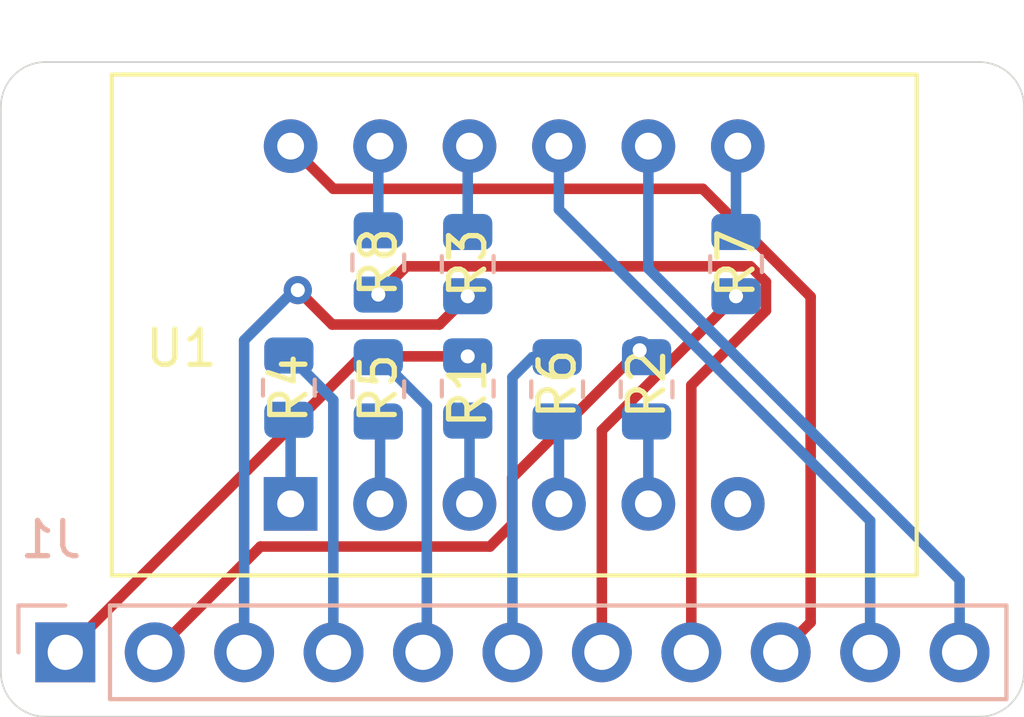
<source format=kicad_pcb>
(kicad_pcb (version 20171130) (host pcbnew 5.1.9-73d0e3b20d~88~ubuntu20.10.1)

  (general
    (thickness 1.6)
    (drawings 8)
    (tracks 63)
    (zones 0)
    (modules 10)
    (nets 20)
  )

  (page A4)
  (layers
    (0 F.Cu signal)
    (31 B.Cu signal)
    (32 B.Adhes user)
    (33 F.Adhes user)
    (34 B.Paste user)
    (35 F.Paste user)
    (36 B.SilkS user)
    (37 F.SilkS user)
    (38 B.Mask user)
    (39 F.Mask user)
    (40 Dwgs.User user)
    (41 Cmts.User user)
    (42 Eco1.User user)
    (43 Eco2.User user)
    (44 Edge.Cuts user)
    (45 Margin user)
    (46 B.CrtYd user)
    (47 F.CrtYd user)
    (48 B.Fab user hide)
    (49 F.Fab user)
  )

  (setup
    (last_trace_width 0.3)
    (user_trace_width 0.25)
    (trace_clearance 0.3)
    (zone_clearance 0.508)
    (zone_45_only no)
    (trace_min 0.2)
    (via_size 0.8)
    (via_drill 0.4)
    (via_min_size 0.4)
    (via_min_drill 0.3)
    (uvia_size 0.3)
    (uvia_drill 0.1)
    (uvias_allowed no)
    (uvia_min_size 0.2)
    (uvia_min_drill 0.1)
    (edge_width 0.05)
    (segment_width 0.2)
    (pcb_text_width 0.3)
    (pcb_text_size 1.5 1.5)
    (mod_edge_width 0.12)
    (mod_text_size 1 1)
    (mod_text_width 0.15)
    (pad_size 1.524 1.524)
    (pad_drill 0.762)
    (pad_to_mask_clearance 0)
    (aux_axis_origin 0 0)
    (visible_elements FFFFFF7F)
    (pcbplotparams
      (layerselection 0x010fc_ffffffff)
      (usegerberextensions false)
      (usegerberattributes true)
      (usegerberadvancedattributes true)
      (creategerberjobfile true)
      (excludeedgelayer true)
      (linewidth 0.100000)
      (plotframeref false)
      (viasonmask false)
      (mode 1)
      (useauxorigin false)
      (hpglpennumber 1)
      (hpglpenspeed 20)
      (hpglpendiameter 15.000000)
      (psnegative false)
      (psa4output false)
      (plotreference true)
      (plotvalue true)
      (plotinvisibletext false)
      (padsonsilk false)
      (subtractmaskfromsilk false)
      (outputformat 1)
      (mirror false)
      (drillshape 1)
      (scaleselection 1)
      (outputdirectory ""))
  )

  (net 0 "")
  (net 1 "Net-(J1-Pad11)")
  (net 2 "Net-(J1-Pad10)")
  (net 3 "Net-(J1-Pad9)")
  (net 4 a)
  (net 5 b)
  (net 6 c)
  (net 7 d)
  (net 8 e)
  (net 9 f)
  (net 10 g)
  (net 11 dpx)
  (net 12 "Net-(J1-Pad8)")
  (net 13 "Net-(J1-Pad7)")
  (net 14 "Net-(J1-Pad6)")
  (net 15 "Net-(J1-Pad5)")
  (net 16 "Net-(J1-Pad4)")
  (net 17 "Net-(J1-Pad3)")
  (net 18 "Net-(J1-Pad2)")
  (net 19 "Net-(J1-Pad1)")

  (net_class Default "This is the default net class."
    (clearance 0.3)
    (trace_width 0.3)
    (via_dia 0.8)
    (via_drill 0.4)
    (uvia_dia 0.3)
    (uvia_drill 0.1)
    (add_net "Net-(J1-Pad1)")
    (add_net "Net-(J1-Pad10)")
    (add_net "Net-(J1-Pad11)")
    (add_net "Net-(J1-Pad2)")
    (add_net "Net-(J1-Pad3)")
    (add_net "Net-(J1-Pad4)")
    (add_net "Net-(J1-Pad5)")
    (add_net "Net-(J1-Pad6)")
    (add_net "Net-(J1-Pad7)")
    (add_net "Net-(J1-Pad8)")
    (add_net "Net-(J1-Pad9)")
    (add_net a)
    (add_net b)
    (add_net c)
    (add_net d)
    (add_net dpx)
    (add_net e)
    (add_net f)
    (add_net g)
  )

  (module Resistor_SMD:R_0805_2012Metric (layer B.Cu) (tedit 5F68FEEE) (tstamp 6022E831)
    (at 152.654 102.0045 90)
    (descr "Resistor SMD 0805 (2012 Metric), square (rectangular) end terminal, IPC_7351 nominal, (Body size source: IPC-SM-782 page 72, https://www.pcb-3d.com/wordpress/wp-content/uploads/ipc-sm-782a_amendment_1_and_2.pdf), generated with kicad-footprint-generator")
    (tags resistor)
    (path /6028741A)
    (attr smd)
    (fp_text reference R3 (at 0.0235 0 90) (layer F.SilkS)
      (effects (font (size 1 1) (thickness 0.15)))
    )
    (fp_text value 220R (at 0 -1.65 90) (layer B.Fab)
      (effects (font (size 1 1) (thickness 0.15)) (justify mirror))
    )
    (fp_text user %R (at 0 0 90) (layer B.Fab)
      (effects (font (size 0.5 0.5) (thickness 0.08)) (justify mirror))
    )
    (fp_line (start -1 -0.625) (end -1 0.625) (layer B.Fab) (width 0.1))
    (fp_line (start -1 0.625) (end 1 0.625) (layer B.Fab) (width 0.1))
    (fp_line (start 1 0.625) (end 1 -0.625) (layer B.Fab) (width 0.1))
    (fp_line (start 1 -0.625) (end -1 -0.625) (layer B.Fab) (width 0.1))
    (fp_line (start -0.227064 0.735) (end 0.227064 0.735) (layer B.SilkS) (width 0.12))
    (fp_line (start -0.227064 -0.735) (end 0.227064 -0.735) (layer B.SilkS) (width 0.12))
    (fp_line (start -1.68 -0.95) (end -1.68 0.95) (layer B.CrtYd) (width 0.05))
    (fp_line (start -1.68 0.95) (end 1.68 0.95) (layer B.CrtYd) (width 0.05))
    (fp_line (start 1.68 0.95) (end 1.68 -0.95) (layer B.CrtYd) (width 0.05))
    (fp_line (start 1.68 -0.95) (end -1.68 -0.95) (layer B.CrtYd) (width 0.05))
    (pad 2 smd roundrect (at 0.9125 0 90) (size 1.025 1.4) (layers B.Cu B.Paste B.Mask) (roundrect_rratio 0.243902)
      (net 9 f))
    (pad 1 smd roundrect (at -0.9125 0 90) (size 1.025 1.4) (layers B.Cu B.Paste B.Mask) (roundrect_rratio 0.243902)
      (net 17 "Net-(J1-Pad3)"))
    (model ${KISYS3DMOD}/Resistor_SMD.3dshapes/R_0805_2012Metric.wrl
      (at (xyz 0 0 0))
      (scale (xyz 1 1 1))
      (rotate (xyz 0 0 0))
    )
  )

  (module Resistor_SMD:R_0805_2012Metric (layer B.Cu) (tedit 5F68FEEE) (tstamp 6022E7C1)
    (at 152.654 105.537 270)
    (descr "Resistor SMD 0805 (2012 Metric), square (rectangular) end terminal, IPC_7351 nominal, (Body size source: IPC-SM-782 page 72, https://www.pcb-3d.com/wordpress/wp-content/uploads/ipc-sm-782a_amendment_1_and_2.pdf), generated with kicad-footprint-generator")
    (tags resistor)
    (path /602830E3)
    (attr smd)
    (fp_text reference R1 (at 0.127 0 90) (layer F.SilkS)
      (effects (font (size 1 1) (thickness 0.15)))
    )
    (fp_text value 220R (at 0 -1.65 270) (layer B.Fab)
      (effects (font (size 1 1) (thickness 0.15)) (justify mirror))
    )
    (fp_text user %R (at 0 0 270) (layer B.Fab)
      (effects (font (size 0.5 0.5) (thickness 0.08)) (justify mirror))
    )
    (fp_line (start -1 -0.625) (end -1 0.625) (layer B.Fab) (width 0.1))
    (fp_line (start -1 0.625) (end 1 0.625) (layer B.Fab) (width 0.1))
    (fp_line (start 1 0.625) (end 1 -0.625) (layer B.Fab) (width 0.1))
    (fp_line (start 1 -0.625) (end -1 -0.625) (layer B.Fab) (width 0.1))
    (fp_line (start -0.227064 0.735) (end 0.227064 0.735) (layer B.SilkS) (width 0.12))
    (fp_line (start -0.227064 -0.735) (end 0.227064 -0.735) (layer B.SilkS) (width 0.12))
    (fp_line (start -1.68 -0.95) (end -1.68 0.95) (layer B.CrtYd) (width 0.05))
    (fp_line (start -1.68 0.95) (end 1.68 0.95) (layer B.CrtYd) (width 0.05))
    (fp_line (start 1.68 0.95) (end 1.68 -0.95) (layer B.CrtYd) (width 0.05))
    (fp_line (start 1.68 -0.95) (end -1.68 -0.95) (layer B.CrtYd) (width 0.05))
    (pad 2 smd roundrect (at 0.9125 0 270) (size 1.025 1.4) (layers B.Cu B.Paste B.Mask) (roundrect_rratio 0.243902)
      (net 11 dpx))
    (pad 1 smd roundrect (at -0.9125 0 270) (size 1.025 1.4) (layers B.Cu B.Paste B.Mask) (roundrect_rratio 0.243902)
      (net 19 "Net-(J1-Pad1)"))
    (model ${KISYS3DMOD}/Resistor_SMD.3dshapes/R_0805_2012Metric.wrl
      (at (xyz 0 0 0))
      (scale (xyz 1 1 1))
      (rotate (xyz 0 0 0))
    )
  )

  (module Resistor_SMD:R_0805_2012Metric (layer B.Cu) (tedit 5F68FEEE) (tstamp 6022E44E)
    (at 155.194 105.5605 270)
    (descr "Resistor SMD 0805 (2012 Metric), square (rectangular) end terminal, IPC_7351 nominal, (Body size source: IPC-SM-782 page 72, https://www.pcb-3d.com/wordpress/wp-content/uploads/ipc-sm-782a_amendment_1_and_2.pdf), generated with kicad-footprint-generator")
    (tags resistor)
    (path /602886CF)
    (attr smd)
    (fp_text reference R6 (at -0.1505 0 90) (layer F.SilkS)
      (effects (font (size 1 1) (thickness 0.15)))
    )
    (fp_text value 220R (at 0 -1.65 90) (layer B.Fab)
      (effects (font (size 1 1) (thickness 0.15)) (justify mirror))
    )
    (fp_text user %R (at 0 0 90) (layer B.Fab)
      (effects (font (size 0.5 0.5) (thickness 0.08)) (justify mirror))
    )
    (fp_line (start -1 -0.625) (end -1 0.625) (layer B.Fab) (width 0.1))
    (fp_line (start -1 0.625) (end 1 0.625) (layer B.Fab) (width 0.1))
    (fp_line (start 1 0.625) (end 1 -0.625) (layer B.Fab) (width 0.1))
    (fp_line (start 1 -0.625) (end -1 -0.625) (layer B.Fab) (width 0.1))
    (fp_line (start -0.227064 0.735) (end 0.227064 0.735) (layer B.SilkS) (width 0.12))
    (fp_line (start -0.227064 -0.735) (end 0.227064 -0.735) (layer B.SilkS) (width 0.12))
    (fp_line (start -1.68 -0.95) (end -1.68 0.95) (layer B.CrtYd) (width 0.05))
    (fp_line (start -1.68 0.95) (end 1.68 0.95) (layer B.CrtYd) (width 0.05))
    (fp_line (start 1.68 0.95) (end 1.68 -0.95) (layer B.CrtYd) (width 0.05))
    (fp_line (start 1.68 -0.95) (end -1.68 -0.95) (layer B.CrtYd) (width 0.05))
    (pad 2 smd roundrect (at 0.9125 0 270) (size 1.025 1.4) (layers B.Cu B.Paste B.Mask) (roundrect_rratio 0.243902)
      (net 6 c))
    (pad 1 smd roundrect (at -0.9125 0 270) (size 1.025 1.4) (layers B.Cu B.Paste B.Mask) (roundrect_rratio 0.243902)
      (net 14 "Net-(J1-Pad6)"))
    (model ${KISYS3DMOD}/Resistor_SMD.3dshapes/R_0805_2012Metric.wrl
      (at (xyz 0 0 0))
      (scale (xyz 1 1 1))
      (rotate (xyz 0 0 0))
    )
  )

  (module Resistor_SMD:R_0805_2012Metric (layer B.Cu) (tedit 5F68FEEE) (tstamp 6022E066)
    (at 157.734 105.5605 270)
    (descr "Resistor SMD 0805 (2012 Metric), square (rectangular) end terminal, IPC_7351 nominal, (Body size source: IPC-SM-782 page 72, https://www.pcb-3d.com/wordpress/wp-content/uploads/ipc-sm-782a_amendment_1_and_2.pdf), generated with kicad-footprint-generator")
    (tags resistor)
    (path /60286E76)
    (attr smd)
    (fp_text reference R2 (at -0.1505 0 270) (layer F.SilkS)
      (effects (font (size 1 1) (thickness 0.15)))
    )
    (fp_text value 220R (at 0 -1.65 270) (layer B.Fab)
      (effects (font (size 1 1) (thickness 0.15)) (justify mirror))
    )
    (fp_text user %R (at 0 0 270) (layer B.Fab)
      (effects (font (size 0.5 0.5) (thickness 0.08)) (justify mirror))
    )
    (fp_line (start -1 -0.625) (end -1 0.625) (layer B.Fab) (width 0.1))
    (fp_line (start -1 0.625) (end 1 0.625) (layer B.Fab) (width 0.1))
    (fp_line (start 1 0.625) (end 1 -0.625) (layer B.Fab) (width 0.1))
    (fp_line (start 1 -0.625) (end -1 -0.625) (layer B.Fab) (width 0.1))
    (fp_line (start -0.227064 0.735) (end 0.227064 0.735) (layer B.SilkS) (width 0.12))
    (fp_line (start -0.227064 -0.735) (end 0.227064 -0.735) (layer B.SilkS) (width 0.12))
    (fp_line (start -1.68 -0.95) (end -1.68 0.95) (layer B.CrtYd) (width 0.05))
    (fp_line (start -1.68 0.95) (end 1.68 0.95) (layer B.CrtYd) (width 0.05))
    (fp_line (start 1.68 0.95) (end 1.68 -0.95) (layer B.CrtYd) (width 0.05))
    (fp_line (start 1.68 -0.95) (end -1.68 -0.95) (layer B.CrtYd) (width 0.05))
    (pad 2 smd roundrect (at 0.9125 0 270) (size 1.025 1.4) (layers B.Cu B.Paste B.Mask) (roundrect_rratio 0.243902)
      (net 10 g))
    (pad 1 smd roundrect (at -0.9125 0 270) (size 1.025 1.4) (layers B.Cu B.Paste B.Mask) (roundrect_rratio 0.243902)
      (net 18 "Net-(J1-Pad2)"))
    (model ${KISYS3DMOD}/Resistor_SMD.3dshapes/R_0805_2012Metric.wrl
      (at (xyz 0 0 0))
      (scale (xyz 1 1 1))
      (rotate (xyz 0 0 0))
    )
  )

  (module Resistor_SMD:R_0805_2012Metric (layer B.Cu) (tedit 5F68FEEE) (tstamp 6022E088)
    (at 147.574 105.5135 270)
    (descr "Resistor SMD 0805 (2012 Metric), square (rectangular) end terminal, IPC_7351 nominal, (Body size source: IPC-SM-782 page 72, https://www.pcb-3d.com/wordpress/wp-content/uploads/ipc-sm-782a_amendment_1_and_2.pdf), generated with kicad-footprint-generator")
    (tags resistor)
    (path /60287A15)
    (attr smd)
    (fp_text reference R4 (at 0.0235 0 90) (layer F.SilkS)
      (effects (font (size 1 1) (thickness 0.15)))
    )
    (fp_text value 220R (at 0 -1.65 90) (layer B.Fab)
      (effects (font (size 1 1) (thickness 0.15)) (justify mirror))
    )
    (fp_text user %R (at 0 0 90) (layer B.Fab)
      (effects (font (size 0.5 0.5) (thickness 0.08)) (justify mirror))
    )
    (fp_line (start -1 -0.625) (end -1 0.625) (layer B.Fab) (width 0.1))
    (fp_line (start -1 0.625) (end 1 0.625) (layer B.Fab) (width 0.1))
    (fp_line (start 1 0.625) (end 1 -0.625) (layer B.Fab) (width 0.1))
    (fp_line (start 1 -0.625) (end -1 -0.625) (layer B.Fab) (width 0.1))
    (fp_line (start -0.227064 0.735) (end 0.227064 0.735) (layer B.SilkS) (width 0.12))
    (fp_line (start -0.227064 -0.735) (end 0.227064 -0.735) (layer B.SilkS) (width 0.12))
    (fp_line (start -1.68 -0.95) (end -1.68 0.95) (layer B.CrtYd) (width 0.05))
    (fp_line (start -1.68 0.95) (end 1.68 0.95) (layer B.CrtYd) (width 0.05))
    (fp_line (start 1.68 0.95) (end 1.68 -0.95) (layer B.CrtYd) (width 0.05))
    (fp_line (start 1.68 -0.95) (end -1.68 -0.95) (layer B.CrtYd) (width 0.05))
    (pad 2 smd roundrect (at 0.9125 0 270) (size 1.025 1.4) (layers B.Cu B.Paste B.Mask) (roundrect_rratio 0.243902)
      (net 8 e))
    (pad 1 smd roundrect (at -0.9125 0 270) (size 1.025 1.4) (layers B.Cu B.Paste B.Mask) (roundrect_rratio 0.243902)
      (net 16 "Net-(J1-Pad4)"))
    (model ${KISYS3DMOD}/Resistor_SMD.3dshapes/R_0805_2012Metric.wrl
      (at (xyz 0 0 0))
      (scale (xyz 1 1 1))
      (rotate (xyz 0 0 0))
    )
  )

  (module Resistor_SMD:R_0805_2012Metric (layer B.Cu) (tedit 5F68FEEE) (tstamp 6022E099)
    (at 150.114 105.5605 270)
    (descr "Resistor SMD 0805 (2012 Metric), square (rectangular) end terminal, IPC_7351 nominal, (Body size source: IPC-SM-782 page 72, https://www.pcb-3d.com/wordpress/wp-content/uploads/ipc-sm-782a_amendment_1_and_2.pdf), generated with kicad-footprint-generator")
    (tags resistor)
    (path /6028810D)
    (attr smd)
    (fp_text reference R5 (at -0.0235 0 90) (layer F.SilkS)
      (effects (font (size 1 1) (thickness 0.15)))
    )
    (fp_text value 220R (at 0 -1.65 90) (layer B.Fab)
      (effects (font (size 1 1) (thickness 0.15)) (justify mirror))
    )
    (fp_text user %R (at 0 0 90) (layer B.Fab)
      (effects (font (size 0.5 0.5) (thickness 0.08)) (justify mirror))
    )
    (fp_line (start -1 -0.625) (end -1 0.625) (layer B.Fab) (width 0.1))
    (fp_line (start -1 0.625) (end 1 0.625) (layer B.Fab) (width 0.1))
    (fp_line (start 1 0.625) (end 1 -0.625) (layer B.Fab) (width 0.1))
    (fp_line (start 1 -0.625) (end -1 -0.625) (layer B.Fab) (width 0.1))
    (fp_line (start -0.227064 0.735) (end 0.227064 0.735) (layer B.SilkS) (width 0.12))
    (fp_line (start -0.227064 -0.735) (end 0.227064 -0.735) (layer B.SilkS) (width 0.12))
    (fp_line (start -1.68 -0.95) (end -1.68 0.95) (layer B.CrtYd) (width 0.05))
    (fp_line (start -1.68 0.95) (end 1.68 0.95) (layer B.CrtYd) (width 0.05))
    (fp_line (start 1.68 0.95) (end 1.68 -0.95) (layer B.CrtYd) (width 0.05))
    (fp_line (start 1.68 -0.95) (end -1.68 -0.95) (layer B.CrtYd) (width 0.05))
    (pad 2 smd roundrect (at 0.9125 0 270) (size 1.025 1.4) (layers B.Cu B.Paste B.Mask) (roundrect_rratio 0.243902)
      (net 7 d))
    (pad 1 smd roundrect (at -0.9125 0 270) (size 1.025 1.4) (layers B.Cu B.Paste B.Mask) (roundrect_rratio 0.243902)
      (net 15 "Net-(J1-Pad5)"))
    (model ${KISYS3DMOD}/Resistor_SMD.3dshapes/R_0805_2012Metric.wrl
      (at (xyz 0 0 0))
      (scale (xyz 1 1 1))
      (rotate (xyz 0 0 0))
    )
  )

  (module Resistor_SMD:R_0805_2012Metric (layer B.Cu) (tedit 5F68FEEE) (tstamp 6022E0BB)
    (at 160.274 102.0045 90)
    (descr "Resistor SMD 0805 (2012 Metric), square (rectangular) end terminal, IPC_7351 nominal, (Body size source: IPC-SM-782 page 72, https://www.pcb-3d.com/wordpress/wp-content/uploads/ipc-sm-782a_amendment_1_and_2.pdf), generated with kicad-footprint-generator")
    (tags resistor)
    (path /60288D1C)
    (attr smd)
    (fp_text reference R7 (at 0.0235 0 90) (layer F.SilkS)
      (effects (font (size 1 1) (thickness 0.15)))
    )
    (fp_text value 220R (at 0 -1.65 90) (layer B.Fab)
      (effects (font (size 1 1) (thickness 0.15)) (justify mirror))
    )
    (fp_text user %R (at 0 0 90) (layer B.Fab)
      (effects (font (size 0.5 0.5) (thickness 0.08)) (justify mirror))
    )
    (fp_line (start -1 -0.625) (end -1 0.625) (layer B.Fab) (width 0.1))
    (fp_line (start -1 0.625) (end 1 0.625) (layer B.Fab) (width 0.1))
    (fp_line (start 1 0.625) (end 1 -0.625) (layer B.Fab) (width 0.1))
    (fp_line (start 1 -0.625) (end -1 -0.625) (layer B.Fab) (width 0.1))
    (fp_line (start -0.227064 0.735) (end 0.227064 0.735) (layer B.SilkS) (width 0.12))
    (fp_line (start -0.227064 -0.735) (end 0.227064 -0.735) (layer B.SilkS) (width 0.12))
    (fp_line (start -1.68 -0.95) (end -1.68 0.95) (layer B.CrtYd) (width 0.05))
    (fp_line (start -1.68 0.95) (end 1.68 0.95) (layer B.CrtYd) (width 0.05))
    (fp_line (start 1.68 0.95) (end 1.68 -0.95) (layer B.CrtYd) (width 0.05))
    (fp_line (start 1.68 -0.95) (end -1.68 -0.95) (layer B.CrtYd) (width 0.05))
    (pad 2 smd roundrect (at 0.9125 0 90) (size 1.025 1.4) (layers B.Cu B.Paste B.Mask) (roundrect_rratio 0.243902)
      (net 5 b))
    (pad 1 smd roundrect (at -0.9125 0 90) (size 1.025 1.4) (layers B.Cu B.Paste B.Mask) (roundrect_rratio 0.243902)
      (net 13 "Net-(J1-Pad7)"))
    (model ${KISYS3DMOD}/Resistor_SMD.3dshapes/R_0805_2012Metric.wrl
      (at (xyz 0 0 0))
      (scale (xyz 1 1 1))
      (rotate (xyz 0 0 0))
    )
  )

  (module Resistor_SMD:R_0805_2012Metric (layer B.Cu) (tedit 5F68FEEE) (tstamp 6022E0CC)
    (at 150.114 101.9575 90)
    (descr "Resistor SMD 0805 (2012 Metric), square (rectangular) end terminal, IPC_7351 nominal, (Body size source: IPC-SM-782 page 72, https://www.pcb-3d.com/wordpress/wp-content/uploads/ipc-sm-782a_amendment_1_and_2.pdf), generated with kicad-footprint-generator")
    (tags resistor)
    (path /602893DE)
    (attr smd)
    (fp_text reference R8 (at 0 0 90) (layer F.SilkS)
      (effects (font (size 1 1) (thickness 0.15)))
    )
    (fp_text value 220R (at 0 -1.65 90) (layer B.Fab)
      (effects (font (size 1 1) (thickness 0.15)) (justify mirror))
    )
    (fp_text user %R (at 0 0 90) (layer B.Fab)
      (effects (font (size 0.5 0.5) (thickness 0.08)) (justify mirror))
    )
    (fp_line (start -1 -0.625) (end -1 0.625) (layer B.Fab) (width 0.1))
    (fp_line (start -1 0.625) (end 1 0.625) (layer B.Fab) (width 0.1))
    (fp_line (start 1 0.625) (end 1 -0.625) (layer B.Fab) (width 0.1))
    (fp_line (start 1 -0.625) (end -1 -0.625) (layer B.Fab) (width 0.1))
    (fp_line (start -0.227064 0.735) (end 0.227064 0.735) (layer B.SilkS) (width 0.12))
    (fp_line (start -0.227064 -0.735) (end 0.227064 -0.735) (layer B.SilkS) (width 0.12))
    (fp_line (start -1.68 -0.95) (end -1.68 0.95) (layer B.CrtYd) (width 0.05))
    (fp_line (start -1.68 0.95) (end 1.68 0.95) (layer B.CrtYd) (width 0.05))
    (fp_line (start 1.68 0.95) (end 1.68 -0.95) (layer B.CrtYd) (width 0.05))
    (fp_line (start 1.68 -0.95) (end -1.68 -0.95) (layer B.CrtYd) (width 0.05))
    (pad 2 smd roundrect (at 0.9125 0 90) (size 1.025 1.4) (layers B.Cu B.Paste B.Mask) (roundrect_rratio 0.243902)
      (net 4 a))
    (pad 1 smd roundrect (at -0.9125 0 90) (size 1.025 1.4) (layers B.Cu B.Paste B.Mask) (roundrect_rratio 0.243902)
      (net 12 "Net-(J1-Pad8)"))
    (model ${KISYS3DMOD}/Resistor_SMD.3dshapes/R_0805_2012Metric.wrl
      (at (xyz 0 0 0))
      (scale (xyz 1 1 1))
      (rotate (xyz 0 0 0))
    )
  )

  (module "e7020e_custom_footprint_lib:7 Segment Display 3 char" (layer F.Cu) (tedit 6017E440) (tstamp 601846DB)
    (at 147.6248 98.6536)
    (path /601C1AAB)
    (fp_text reference U1 (at -3.0988 5.7404) (layer F.SilkS)
      (effects (font (size 1 1) (thickness 0.15)))
    )
    (fp_text value 7_Segment_Display_3_char (at 5.334 -3.302) (layer F.Fab)
      (effects (font (size 1 1) (thickness 0.15)))
    )
    (fp_line (start -1.27 -1.27) (end -1.27 1.27) (layer B.CrtYd) (width 0.12))
    (fp_line (start -1.27 1.27) (end 13.97 1.27) (layer B.CrtYd) (width 0.12))
    (fp_line (start 13.97 -1.27) (end -1.27 -1.27) (layer B.CrtYd) (width 0.12))
    (fp_line (start 13.97 1.27) (end 13.97 -1.27) (layer B.CrtYd) (width 0.12))
    (fp_line (start -1.27 8.89) (end -1.27 11.43) (layer B.CrtYd) (width 0.12))
    (fp_line (start 13.97 8.89) (end -1.27 8.89) (layer B.CrtYd) (width 0.12))
    (fp_line (start 13.97 11.43) (end 13.97 8.89) (layer B.CrtYd) (width 0.12))
    (fp_line (start -1.27 11.43) (end 13.97 11.43) (layer B.CrtYd) (width 0.12))
    (fp_line (start -5.334 12.446) (end -5.334 -2.286) (layer F.CrtYd) (width 0.12))
    (fp_line (start 18.034 12.446) (end -5.334 12.446) (layer F.CrtYd) (width 0.12))
    (fp_line (start 18.034 -2.286) (end 18.034 12.446) (layer F.CrtYd) (width 0.12))
    (fp_line (start -5.334 -2.286) (end 18.034 -2.286) (layer F.CrtYd) (width 0.12))
    (fp_line (start -5.08 -2.032) (end -5.08 12.192) (layer F.SilkS) (width 0.12))
    (fp_line (start 17.78 12.192) (end 17.78 -2.032) (layer F.SilkS) (width 0.12))
    (fp_line (start 17.78 -2.032) (end -5.08 -2.032) (layer F.SilkS) (width 0.12))
    (fp_line (start 17.78 12.192) (end -5.08 12.192) (layer F.SilkS) (width 0.12))
    (pad 6 thru_hole circle (at 12.7 10.16) (size 1.524 1.524) (drill 0.762) (layers *.Cu *.Mask))
    (pad 7 thru_hole circle (at 12.7 0) (size 1.524 1.524) (drill 0.762) (layers *.Cu *.Mask)
      (net 5 b))
    (pad 12 thru_hole circle (at 0 0) (size 1.524 1.524) (drill 0.762) (layers *.Cu *.Mask)
      (net 3 "Net-(J1-Pad9)"))
    (pad 11 thru_hole circle (at 2.54 0) (size 1.524 1.524) (drill 0.762) (layers *.Cu *.Mask)
      (net 4 a))
    (pad 10 thru_hole circle (at 5.08 0) (size 1.524 1.524) (drill 0.762) (layers *.Cu *.Mask)
      (net 9 f))
    (pad 9 thru_hole circle (at 7.62 0) (size 1.524 1.524) (drill 0.762) (layers *.Cu *.Mask)
      (net 2 "Net-(J1-Pad10)"))
    (pad 8 thru_hole circle (at 10.16 0) (size 1.524 1.524) (drill 0.762) (layers *.Cu *.Mask)
      (net 1 "Net-(J1-Pad11)"))
    (pad 5 thru_hole circle (at 10.16 10.16) (size 1.524 1.524) (drill 0.762) (layers *.Cu *.Mask)
      (net 10 g))
    (pad 4 thru_hole circle (at 7.62 10.16) (size 1.524 1.524) (drill 0.762) (layers *.Cu *.Mask)
      (net 6 c))
    (pad 3 thru_hole circle (at 5.08 10.16) (size 1.524 1.524) (drill 0.762) (layers *.Cu *.Mask)
      (net 11 dpx))
    (pad 2 thru_hole circle (at 2.54 10.16) (size 1.524 1.524) (drill 0.762) (layers *.Cu *.Mask)
      (net 7 d))
    (pad 1 thru_hole rect (at 0 10.16) (size 1.524 1.524) (drill 0.762) (layers *.Cu *.Mask)
      (net 8 e))
  )

  (module Connector_PinHeader_2.54mm:PinHeader_1x11_P2.54mm_Vertical (layer B.Cu) (tedit 59FED5CC) (tstamp 60184B50)
    (at 141.224 113.03 270)
    (descr "Through hole straight pin header, 1x11, 2.54mm pitch, single row")
    (tags "Through hole pin header THT 1x11 2.54mm single row")
    (path /601BF9A8)
    (fp_text reference J1 (at -3.2004 0.4064 180) (layer B.SilkS)
      (effects (font (size 1 1) (thickness 0.15)) (justify mirror))
    )
    (fp_text value Conn_01x11_Male (at -5.6388 -14.0716 180) (layer B.Fab)
      (effects (font (size 1 1) (thickness 0.15)) (justify mirror))
    )
    (fp_line (start 1.8 1.8) (end -1.8 1.8) (layer B.CrtYd) (width 0.05))
    (fp_line (start 1.8 -27.2) (end 1.8 1.8) (layer B.CrtYd) (width 0.05))
    (fp_line (start -1.8 -27.2) (end 1.8 -27.2) (layer B.CrtYd) (width 0.05))
    (fp_line (start -1.8 1.8) (end -1.8 -27.2) (layer B.CrtYd) (width 0.05))
    (fp_line (start -1.33 1.33) (end 0 1.33) (layer B.SilkS) (width 0.12))
    (fp_line (start -1.33 0) (end -1.33 1.33) (layer B.SilkS) (width 0.12))
    (fp_line (start -1.33 -1.27) (end 1.33 -1.27) (layer B.SilkS) (width 0.12))
    (fp_line (start 1.33 -1.27) (end 1.33 -26.73) (layer B.SilkS) (width 0.12))
    (fp_line (start -1.33 -1.27) (end -1.33 -26.73) (layer B.SilkS) (width 0.12))
    (fp_line (start -1.33 -26.73) (end 1.33 -26.73) (layer B.SilkS) (width 0.12))
    (fp_line (start -1.27 0.635) (end -0.635 1.27) (layer B.Fab) (width 0.1))
    (fp_line (start -1.27 -26.67) (end -1.27 0.635) (layer B.Fab) (width 0.1))
    (fp_line (start 1.27 -26.67) (end -1.27 -26.67) (layer B.Fab) (width 0.1))
    (fp_line (start 1.27 1.27) (end 1.27 -26.67) (layer B.Fab) (width 0.1))
    (fp_line (start -0.635 1.27) (end 1.27 1.27) (layer B.Fab) (width 0.1))
    (fp_text user %R (at -3.2004 0.4064) (layer B.Fab)
      (effects (font (size 1 1) (thickness 0.15)) (justify mirror))
    )
    (pad 11 thru_hole oval (at 0 -25.4 270) (size 1.7 1.7) (drill 1) (layers *.Cu *.Mask)
      (net 1 "Net-(J1-Pad11)"))
    (pad 10 thru_hole oval (at 0 -22.86 270) (size 1.7 1.7) (drill 1) (layers *.Cu *.Mask)
      (net 2 "Net-(J1-Pad10)"))
    (pad 9 thru_hole oval (at 0 -20.32 270) (size 1.7 1.7) (drill 1) (layers *.Cu *.Mask)
      (net 3 "Net-(J1-Pad9)"))
    (pad 8 thru_hole oval (at 0 -17.78 270) (size 1.7 1.7) (drill 1) (layers *.Cu *.Mask)
      (net 12 "Net-(J1-Pad8)"))
    (pad 7 thru_hole oval (at 0 -15.24 270) (size 1.7 1.7) (drill 1) (layers *.Cu *.Mask)
      (net 13 "Net-(J1-Pad7)"))
    (pad 6 thru_hole oval (at 0 -12.7 270) (size 1.7 1.7) (drill 1) (layers *.Cu *.Mask)
      (net 14 "Net-(J1-Pad6)"))
    (pad 5 thru_hole oval (at 0 -10.16 270) (size 1.7 1.7) (drill 1) (layers *.Cu *.Mask)
      (net 15 "Net-(J1-Pad5)"))
    (pad 4 thru_hole oval (at 0 -7.62 270) (size 1.7 1.7) (drill 1) (layers *.Cu *.Mask)
      (net 16 "Net-(J1-Pad4)"))
    (pad 3 thru_hole oval (at 0 -5.08 270) (size 1.7 1.7) (drill 1) (layers *.Cu *.Mask)
      (net 17 "Net-(J1-Pad3)"))
    (pad 2 thru_hole oval (at 0 -2.54 270) (size 1.7 1.7) (drill 1) (layers *.Cu *.Mask)
      (net 18 "Net-(J1-Pad2)"))
    (pad 1 thru_hole rect (at 0 0 270) (size 1.7 1.7) (drill 1) (layers *.Cu *.Mask)
      (net 19 "Net-(J1-Pad1)"))
    (model ${KISYS3DMOD}/Connector_PinHeader_2.54mm.3dshapes/PinHeader_1x11_P2.54mm_Vertical.wrl
      (at (xyz 0 0 0))
      (scale (xyz 1 1 1))
      (rotate (xyz 0 0 0))
    )
  )

  (gr_arc (start 140.6652 97.536) (end 140.6652 96.266) (angle -90) (layer Edge.Cuts) (width 0.05) (tstamp 60184AEF))
  (gr_line (start 139.3952 113.5888) (end 139.3952 97.536) (layer Edge.Cuts) (width 0.05))
  (gr_line (start 167.1828 96.266) (end 140.6652 96.266) (layer Edge.Cuts) (width 0.05))
  (gr_arc (start 167.1828 97.536) (end 168.4528 97.536) (angle -90) (layer Edge.Cuts) (width 0.05) (tstamp 6018497D))
  (gr_line (start 168.4528 113.5888) (end 168.4528 97.536) (layer Edge.Cuts) (width 0.05))
  (gr_line (start 167.1828 114.8588) (end 140.6652 114.8588) (layer Edge.Cuts) (width 0.05) (tstamp 60184984))
  (gr_arc (start 167.1828 113.5888) (end 167.1828 114.8588) (angle -90) (layer Edge.Cuts) (width 0.05) (tstamp 6018497D))
  (gr_arc (start 140.6652 113.5888) (end 139.3952 113.5888) (angle -90) (layer Edge.Cuts) (width 0.05) (tstamp 6018497D))

  (segment (start 157.7848 102.130266) (end 157.7848 98.6536) (width 0.3) (layer B.Cu) (net 1))
  (segment (start 166.624 110.969466) (end 157.7848 102.130266) (width 0.3) (layer B.Cu) (net 1))
  (segment (start 166.624 113.03) (end 166.624 110.969466) (width 0.3) (layer B.Cu) (net 1))
  (segment (start 155.2448 100.456334) (end 155.2448 98.6536) (width 0.3) (layer B.Cu) (net 2))
  (segment (start 164.084 109.295534) (end 155.2448 100.456334) (width 0.3) (layer B.Cu) (net 2))
  (segment (start 164.084 113.03) (end 164.084 109.295534) (width 0.3) (layer B.Cu) (net 2))
  (segment (start 148.836801 99.865601) (end 147.6248 98.6536) (width 0.3) (layer F.Cu) (net 3))
  (segment (start 159.329145 99.865601) (end 148.836801 99.865601) (width 0.3) (layer F.Cu) (net 3))
  (segment (start 162.393999 112.180001) (end 162.393999 102.930455) (width 0.3) (layer F.Cu) (net 3))
  (segment (start 162.393999 102.930455) (end 159.329145 99.865601) (width 0.3) (layer F.Cu) (net 3))
  (segment (start 161.544 113.03) (end 162.393999 112.180001) (width 0.3) (layer F.Cu) (net 3))
  (segment (start 150.114 98.7044) (end 150.1648 98.6536) (width 0.3) (layer B.Cu) (net 4))
  (segment (start 150.114 101.045) (end 150.114 98.7044) (width 0.3) (layer B.Cu) (net 4))
  (segment (start 160.274 98.7044) (end 160.3248 98.6536) (width 0.3) (layer B.Cu) (net 5))
  (segment (start 160.274 101.092) (end 160.274 98.7044) (width 0.3) (layer B.Cu) (net 5))
  (segment (start 155.2448 106.5238) (end 155.194 106.473) (width 0.3) (layer B.Cu) (net 6))
  (segment (start 155.2448 108.8136) (end 155.2448 106.5238) (width 0.3) (layer B.Cu) (net 6))
  (segment (start 150.1648 106.5238) (end 150.114 106.473) (width 0.3) (layer B.Cu) (net 7))
  (segment (start 150.1648 108.8136) (end 150.1648 106.5238) (width 0.3) (layer B.Cu) (net 7))
  (segment (start 147.6248 106.4768) (end 147.574 106.426) (width 0.3) (layer B.Cu) (net 8))
  (segment (start 147.6248 108.8136) (end 147.6248 106.4768) (width 0.3) (layer B.Cu) (net 8))
  (segment (start 152.654 98.7044) (end 152.7048 98.6536) (width 0.3) (layer B.Cu) (net 9))
  (segment (start 152.654 101.092) (end 152.654 98.7044) (width 0.3) (layer B.Cu) (net 9))
  (segment (start 157.7848 106.5238) (end 157.734 106.473) (width 0.3) (layer B.Cu) (net 10))
  (segment (start 157.7848 108.8136) (end 157.7848 106.5238) (width 0.3) (layer B.Cu) (net 10))
  (segment (start 152.7048 106.5003) (end 152.654 106.4495) (width 0.3) (layer B.Cu) (net 11))
  (segment (start 152.7048 108.8136) (end 152.7048 106.5003) (width 0.3) (layer B.Cu) (net 11))
  (segment (start 150.917001 102.066999) (end 150.114 102.87) (width 0.3) (layer F.Cu) (net 12))
  (segment (start 160.682001 102.066999) (end 150.917001 102.066999) (width 0.3) (layer F.Cu) (net 12))
  (segment (start 161.124001 102.508999) (end 160.682001 102.066999) (width 0.3) (layer F.Cu) (net 12))
  (segment (start 161.124001 103.325001) (end 161.124001 102.508999) (width 0.3) (layer F.Cu) (net 12))
  (segment (start 159.004 105.445002) (end 161.124001 103.325001) (width 0.3) (layer F.Cu) (net 12))
  (via (at 150.114 102.87) (size 0.8) (drill 0.4) (layers F.Cu B.Cu) (net 12))
  (segment (start 159.004 113.03) (end 159.004 105.445002) (width 0.3) (layer F.Cu) (net 12))
  (via (at 160.274 102.917) (size 0.8) (drill 0.4) (layers F.Cu B.Cu) (net 13))
  (segment (start 156.464 106.727) (end 160.274 102.917) (width 0.3) (layer F.Cu) (net 13))
  (segment (start 156.464 113.03) (end 156.464 106.727) (width 0.3) (layer F.Cu) (net 13))
  (segment (start 153.924 105.218) (end 153.924 113.03) (width 0.3) (layer B.Cu) (net 14))
  (segment (start 154.494 104.648) (end 153.924 105.218) (width 0.3) (layer B.Cu) (net 14))
  (segment (start 155.194 104.648) (end 154.494 104.648) (width 0.3) (layer B.Cu) (net 14))
  (segment (start 151.492799 112.921201) (end 151.384 113.03) (width 0.3) (layer B.Cu) (net 15))
  (segment (start 151.492799 106.026799) (end 151.492799 112.921201) (width 0.3) (layer B.Cu) (net 15))
  (segment (start 150.114 104.648) (end 151.492799 106.026799) (width 0.3) (layer B.Cu) (net 15))
  (segment (start 148.836801 113.022801) (end 148.844 113.03) (width 0.3) (layer B.Cu) (net 16))
  (segment (start 148.836801 105.863801) (end 148.836801 113.022801) (width 0.3) (layer B.Cu) (net 16))
  (segment (start 147.574 104.601) (end 148.836801 105.863801) (width 0.3) (layer B.Cu) (net 16))
  (via (at 147.828 102.743) (size 0.8) (drill 0.4) (layers F.Cu B.Cu) (net 17))
  (segment (start 147.729534 102.743) (end 147.828 102.743) (width 0.3) (layer B.Cu) (net 17))
  (segment (start 146.304 104.168534) (end 147.729534 102.743) (width 0.3) (layer B.Cu) (net 17))
  (segment (start 146.304 113.03) (end 146.304 104.168534) (width 0.3) (layer B.Cu) (net 17))
  (via (at 152.654 102.917) (size 0.8) (drill 0.4) (layers F.Cu B.Cu) (net 17))
  (segment (start 151.850999 103.720001) (end 152.654 102.917) (width 0.3) (layer F.Cu) (net 17))
  (segment (start 148.805001 103.720001) (end 151.850999 103.720001) (width 0.3) (layer F.Cu) (net 17))
  (segment (start 147.828 102.743) (end 148.805001 103.720001) (width 0.3) (layer F.Cu) (net 17))
  (via (at 157.537459 104.451459) (size 0.8) (drill 0.4) (layers F.Cu B.Cu) (net 18))
  (segment (start 153.916801 108.072117) (end 157.537459 104.451459) (width 0.3) (layer F.Cu) (net 18))
  (segment (start 153.916801 109.395361) (end 153.916801 108.072117) (width 0.3) (layer F.Cu) (net 18))
  (segment (start 153.286561 110.025601) (end 153.916801 109.395361) (width 0.3) (layer F.Cu) (net 18))
  (segment (start 146.768399 110.025601) (end 153.286561 110.025601) (width 0.3) (layer F.Cu) (net 18))
  (segment (start 143.764 113.03) (end 146.768399 110.025601) (width 0.3) (layer F.Cu) (net 18))
  (via (at 152.654 104.6245) (size 0.8) (drill 0.4) (layers F.Cu B.Cu) (net 19))
  (segment (start 149.6295 104.6245) (end 152.654 104.6245) (width 0.3) (layer F.Cu) (net 19))
  (segment (start 141.224 113.03) (end 149.6295 104.6245) (width 0.3) (layer F.Cu) (net 19))

)

</source>
